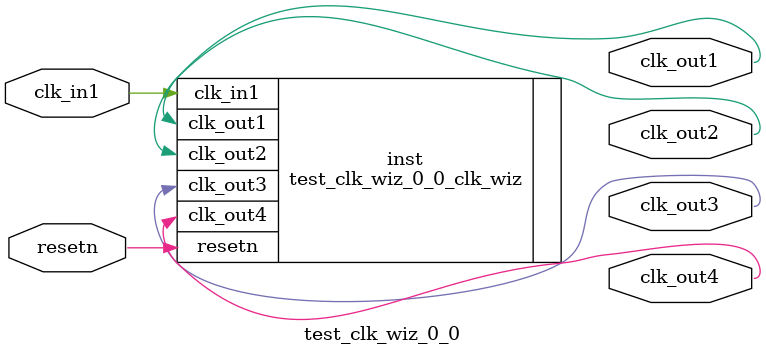
<source format=v>


`timescale 1ps/1ps

(* CORE_GENERATION_INFO = "test_clk_wiz_0_0,clk_wiz_v6_0_3_0_0,{component_name=test_clk_wiz_0_0,use_phase_alignment=true,use_min_o_jitter=false,use_max_i_jitter=false,use_dyn_phase_shift=false,use_inclk_switchover=false,use_dyn_reconfig=false,enable_axi=0,feedback_source=FDBK_AUTO,PRIMITIVE=MMCM,num_out_clk=4,clkin1_period=10.000,clkin2_period=10.000,use_power_down=false,use_reset=true,use_locked=false,use_inclk_stopped=false,feedback_type=SINGLE,CLOCK_MGR_TYPE=NA,manual_override=false}" *)

module test_clk_wiz_0_0 
 (
  // Clock out ports
  output        clk_out1,
  output        clk_out2,
  output        clk_out3,
  output        clk_out4,
  // Status and control signals
  input         resetn,
 // Clock in ports
  input         clk_in1
 );

  test_clk_wiz_0_0_clk_wiz inst
  (
  // Clock out ports  
  .clk_out1(clk_out1),
  .clk_out2(clk_out2),
  .clk_out3(clk_out3),
  .clk_out4(clk_out4),
  // Status and control signals               
  .resetn(resetn), 
 // Clock in ports
  .clk_in1(clk_in1)
  );

endmodule

</source>
